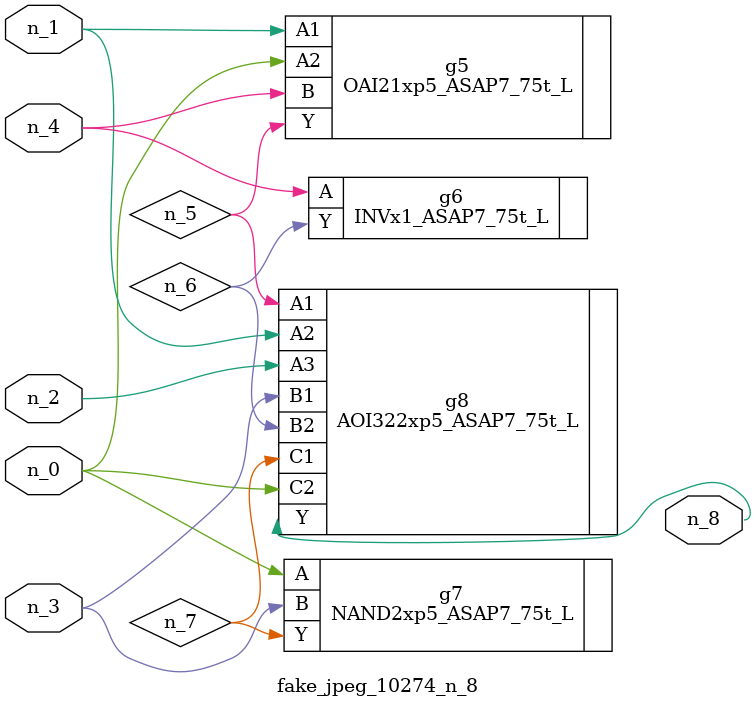
<source format=v>
module fake_jpeg_10274_n_8 (n_3, n_2, n_1, n_0, n_4, n_8);

input n_3;
input n_2;
input n_1;
input n_0;
input n_4;

output n_8;

wire n_6;
wire n_5;
wire n_7;

OAI21xp5_ASAP7_75t_L g5 ( 
.A1(n_1),
.A2(n_0),
.B(n_4),
.Y(n_5)
);

INVx1_ASAP7_75t_L g6 ( 
.A(n_4),
.Y(n_6)
);

NAND2xp5_ASAP7_75t_L g7 ( 
.A(n_0),
.B(n_3),
.Y(n_7)
);

AOI322xp5_ASAP7_75t_L g8 ( 
.A1(n_5),
.A2(n_1),
.A3(n_2),
.B1(n_3),
.B2(n_6),
.C1(n_7),
.C2(n_0),
.Y(n_8)
);


endmodule
</source>
